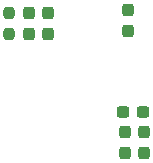
<source format=gbr>
%TF.GenerationSoftware,KiCad,Pcbnew,(5.99.0-8996-g10442b98df)*%
%TF.CreationDate,2021-04-19T08:50:07+01:00*%
%TF.ProjectId,CANduino,43414e64-7569-46e6-9f2e-6b696361645f,rev?*%
%TF.SameCoordinates,Original*%
%TF.FileFunction,Paste,Bot*%
%TF.FilePolarity,Positive*%
%FSLAX46Y46*%
G04 Gerber Fmt 4.6, Leading zero omitted, Abs format (unit mm)*
G04 Created by KiCad (PCBNEW (5.99.0-8996-g10442b98df)) date 2021-04-19 08:50:07*
%MOMM*%
%LPD*%
G01*
G04 APERTURE LIST*
G04 Aperture macros list*
%AMRoundRect*
0 Rectangle with rounded corners*
0 $1 Rounding radius*
0 $2 $3 $4 $5 $6 $7 $8 $9 X,Y pos of 4 corners*
0 Add a 4 corners polygon primitive as box body*
4,1,4,$2,$3,$4,$5,$6,$7,$8,$9,$2,$3,0*
0 Add four circle primitives for the rounded corners*
1,1,$1+$1,$2,$3*
1,1,$1+$1,$4,$5*
1,1,$1+$1,$6,$7*
1,1,$1+$1,$8,$9*
0 Add four rect primitives between the rounded corners*
20,1,$1+$1,$2,$3,$4,$5,0*
20,1,$1+$1,$4,$5,$6,$7,0*
20,1,$1+$1,$6,$7,$8,$9,0*
20,1,$1+$1,$8,$9,$2,$3,0*%
G04 Aperture macros list end*
%ADD10RoundRect,0.237500X-0.237500X0.300000X-0.237500X-0.300000X0.237500X-0.300000X0.237500X0.300000X0*%
%ADD11RoundRect,0.237500X-0.300000X-0.237500X0.300000X-0.237500X0.300000X0.237500X-0.300000X0.237500X0*%
%ADD12RoundRect,0.237500X-0.237500X0.250000X-0.237500X-0.250000X0.237500X-0.250000X0.237500X0.250000X0*%
%ADD13RoundRect,0.237500X0.237500X-0.300000X0.237500X0.300000X-0.237500X0.300000X-0.237500X-0.300000X0*%
G04 APERTURE END LIST*
D10*
%TO.C,C13*%
X170450000Y-116512500D03*
X170450000Y-114787500D03*
%TD*%
D11*
%TO.C,C12*%
X170437500Y-113075000D03*
X168712500Y-113075000D03*
%TD*%
D10*
%TO.C,C6*%
X168850000Y-116512500D03*
X168850000Y-114787500D03*
%TD*%
D12*
%TO.C,R2*%
X159085000Y-104662500D03*
X159085000Y-106487500D03*
%TD*%
D10*
%TO.C,C15*%
X169100000Y-104437500D03*
X169100000Y-106162500D03*
%TD*%
D13*
%TO.C,C3*%
X162335000Y-106437500D03*
X162335000Y-104712500D03*
%TD*%
%TO.C,C4*%
X160735000Y-106437500D03*
X160735000Y-104712500D03*
%TD*%
M02*

</source>
